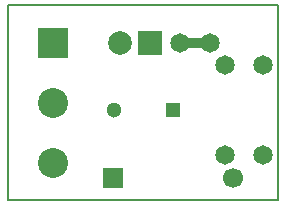
<source format=gbr>
G04 #@! TF.FileFunction,Copper,L1,Top,Signal*
%FSLAX46Y46*%
G04 Gerber Fmt 4.6, Leading zero omitted, Abs format (unit mm)*
G04 Created by KiCad (PCBNEW 4.0.0-rc1-stable) date 30/11/2015 05:11:16 p.m.*
%MOMM*%
G01*
G04 APERTURE LIST*
%ADD10C,0.100000*%
%ADD11C,0.150000*%
%ADD12R,1.300000X1.300000*%
%ADD13C,1.300000*%
%ADD14R,2.000000X2.000000*%
%ADD15C,2.000000*%
%ADD16C,1.699260*%
%ADD17R,1.699260X1.699260*%
%ADD18R,2.540000X2.540000*%
%ADD19C,2.540000*%
%ADD20C,1.651000*%
%ADD21C,0.812800*%
G04 APERTURE END LIST*
D10*
D11*
X127000000Y-112395000D02*
X127000000Y-95885000D01*
X149860000Y-112395000D02*
X127000000Y-112395000D01*
X149860000Y-95885000D02*
X149860000Y-112395000D01*
X127000000Y-95885000D02*
X149860000Y-95885000D01*
D12*
X140970000Y-104775000D03*
D13*
X135970000Y-104775000D03*
D14*
X139065000Y-99060000D03*
D15*
X136525000Y-99060000D03*
D16*
X146050520Y-110487460D03*
D17*
X135890520Y-110487460D03*
D18*
X130810000Y-99060000D03*
D19*
X130810000Y-104140000D03*
X130810000Y-109220000D03*
D20*
X145415000Y-100965000D03*
X145415000Y-108585000D03*
X148590000Y-100965000D03*
X148590000Y-108585000D03*
X144145000Y-99060000D03*
X141605000Y-99060000D03*
D21*
X141605000Y-99060000D02*
X144145000Y-99060000D01*
M02*

</source>
